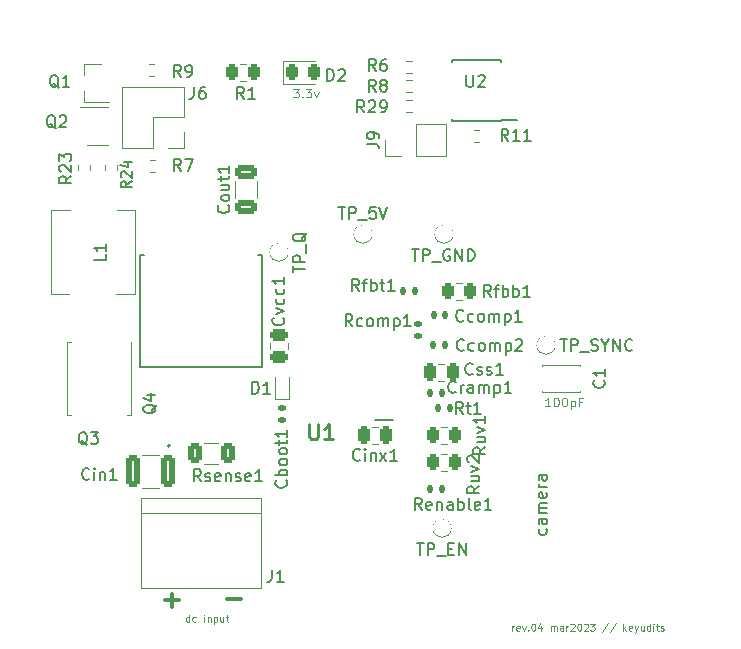
<source format=gto>
G04 #@! TF.GenerationSoftware,KiCad,Pcbnew,(6.0.9-0)*
G04 #@! TF.CreationDate,2023-03-20T13:15:15-04:00*
G04 #@! TF.ProjectId,LM5116-05,4c4d3531-3136-42d3-9035-2e6b69636164,rev?*
G04 #@! TF.SameCoordinates,Original*
G04 #@! TF.FileFunction,Legend,Top*
G04 #@! TF.FilePolarity,Positive*
%FSLAX46Y46*%
G04 Gerber Fmt 4.6, Leading zero omitted, Abs format (unit mm)*
G04 Created by KiCad (PCBNEW (6.0.9-0)) date 2023-03-20 13:15:15*
%MOMM*%
%LPD*%
G01*
G04 APERTURE LIST*
G04 Aperture macros list*
%AMRoundRect*
0 Rectangle with rounded corners*
0 $1 Rounding radius*
0 $2 $3 $4 $5 $6 $7 $8 $9 X,Y pos of 4 corners*
0 Add a 4 corners polygon primitive as box body*
4,1,4,$2,$3,$4,$5,$6,$7,$8,$9,$2,$3,0*
0 Add four circle primitives for the rounded corners*
1,1,$1+$1,$2,$3*
1,1,$1+$1,$4,$5*
1,1,$1+$1,$6,$7*
1,1,$1+$1,$8,$9*
0 Add four rect primitives between the rounded corners*
20,1,$1+$1,$2,$3,$4,$5,0*
20,1,$1+$1,$4,$5,$6,$7,0*
20,1,$1+$1,$6,$7,$8,$9,0*
20,1,$1+$1,$8,$9,$2,$3,0*%
%AMFreePoly0*
4,1,17,2.675000,1.605000,1.875000,1.605000,1.875000,0.935000,2.675000,0.935000,2.675000,0.335000,1.875000,0.335000,1.875000,-0.335000,2.675000,-0.335000,2.675000,-0.935000,1.875000,-0.935000,1.875000,-1.605000,2.675000,-1.605000,2.675000,-2.205000,-1.875000,-2.205000,-1.875000,2.205000,2.675000,2.205000,2.675000,1.605000,2.675000,1.605000,$1*%
G04 Aperture macros list end*
%ADD10C,0.100000*%
%ADD11C,0.090000*%
%ADD12C,0.300000*%
%ADD13C,0.150000*%
%ADD14C,0.130000*%
%ADD15C,0.254000*%
%ADD16C,0.120000*%
%ADD17C,0.200000*%
%ADD18C,0.127000*%
%ADD19C,3.000000*%
%ADD20R,0.845000X1.000000*%
%ADD21R,1.000000X0.845000*%
%ADD22R,1.060000X0.650000*%
%ADD23R,0.900000X0.800000*%
%ADD24R,1.550000X0.600000*%
%ADD25R,1.700000X1.700000*%
%ADD26O,1.700000X1.700000*%
%ADD27RoundRect,0.250000X-0.325000X-1.100000X0.325000X-1.100000X0.325000X1.100000X-0.325000X1.100000X0*%
%ADD28RoundRect,0.250000X0.475000X-0.250000X0.475000X0.250000X-0.475000X0.250000X-0.475000X-0.250000X0*%
%ADD29R,0.700000X0.600000*%
%ADD30RoundRect,0.243750X-0.243750X-0.456250X0.243750X-0.456250X0.243750X0.456250X-0.243750X0.456250X0*%
%ADD31R,3.000000X3.000000*%
%ADD32RoundRect,0.250000X-0.262500X-0.450000X0.262500X-0.450000X0.262500X0.450000X-0.262500X0.450000X0*%
%ADD33RoundRect,0.250000X0.375000X0.625000X-0.375000X0.625000X-0.375000X-0.625000X0.375000X-0.625000X0*%
%ADD34RoundRect,0.250000X0.250000X0.475000X-0.250000X0.475000X-0.250000X-0.475000X0.250000X-0.475000X0*%
%ADD35RoundRect,0.147500X-0.172500X0.147500X-0.172500X-0.147500X0.172500X-0.147500X0.172500X0.147500X0*%
%ADD36R,1.450000X0.450000*%
%ADD37R,3.150000X4.350000*%
%ADD38R,4.000000X2.000000*%
%ADD39RoundRect,0.147500X-0.147500X-0.172500X0.147500X-0.172500X0.147500X0.172500X-0.147500X0.172500X0*%
%ADD40RoundRect,0.250000X0.650000X-0.325000X0.650000X0.325000X-0.650000X0.325000X-0.650000X-0.325000X0*%
%ADD41RoundRect,0.147500X0.147500X0.172500X-0.147500X0.172500X-0.147500X-0.172500X0.147500X-0.172500X0*%
%ADD42RoundRect,0.250000X-0.250000X-0.475000X0.250000X-0.475000X0.250000X0.475000X-0.250000X0.475000X0*%
%ADD43RoundRect,0.147500X0.172500X-0.147500X0.172500X0.147500X-0.172500X0.147500X-0.172500X-0.147500X0*%
%ADD44O,2.500000X17.500000*%
%ADD45FreePoly0,270.000000*%
%ADD46R,0.500000X0.850000*%
%ADD47R,0.970000X4.070000*%
%ADD48R,8.770000X8.920000*%
%ADD49C,1.524000*%
%ADD50C,1.600000*%
G04 APERTURE END LIST*
D10*
X126347285Y-96859285D02*
X125918714Y-96859285D01*
X126133000Y-96859285D02*
X126133000Y-96109285D01*
X126061571Y-96216428D01*
X125990142Y-96287857D01*
X125918714Y-96323571D01*
X126811571Y-96109285D02*
X126883000Y-96109285D01*
X126954428Y-96145000D01*
X126990142Y-96180714D01*
X127025857Y-96252142D01*
X127061571Y-96395000D01*
X127061571Y-96573571D01*
X127025857Y-96716428D01*
X126990142Y-96787857D01*
X126954428Y-96823571D01*
X126883000Y-96859285D01*
X126811571Y-96859285D01*
X126740142Y-96823571D01*
X126704428Y-96787857D01*
X126668714Y-96716428D01*
X126633000Y-96573571D01*
X126633000Y-96395000D01*
X126668714Y-96252142D01*
X126704428Y-96180714D01*
X126740142Y-96145000D01*
X126811571Y-96109285D01*
X127525857Y-96109285D02*
X127597285Y-96109285D01*
X127668714Y-96145000D01*
X127704428Y-96180714D01*
X127740142Y-96252142D01*
X127775857Y-96395000D01*
X127775857Y-96573571D01*
X127740142Y-96716428D01*
X127704428Y-96787857D01*
X127668714Y-96823571D01*
X127597285Y-96859285D01*
X127525857Y-96859285D01*
X127454428Y-96823571D01*
X127418714Y-96787857D01*
X127383000Y-96716428D01*
X127347285Y-96573571D01*
X127347285Y-96395000D01*
X127383000Y-96252142D01*
X127418714Y-96180714D01*
X127454428Y-96145000D01*
X127525857Y-96109285D01*
X128097285Y-96359285D02*
X128097285Y-97109285D01*
X128097285Y-96395000D02*
X128168714Y-96359285D01*
X128311571Y-96359285D01*
X128383000Y-96395000D01*
X128418714Y-96430714D01*
X128454428Y-96502142D01*
X128454428Y-96716428D01*
X128418714Y-96787857D01*
X128383000Y-96823571D01*
X128311571Y-96859285D01*
X128168714Y-96859285D01*
X128097285Y-96823571D01*
X129025857Y-96466428D02*
X128775857Y-96466428D01*
X128775857Y-96859285D02*
X128775857Y-96109285D01*
X129133000Y-96109285D01*
X104592571Y-69947285D02*
X105056857Y-69947285D01*
X104806857Y-70233000D01*
X104914000Y-70233000D01*
X104985428Y-70268714D01*
X105021142Y-70304428D01*
X105056857Y-70375857D01*
X105056857Y-70554428D01*
X105021142Y-70625857D01*
X104985428Y-70661571D01*
X104914000Y-70697285D01*
X104699714Y-70697285D01*
X104628285Y-70661571D01*
X104592571Y-70625857D01*
X105378285Y-70625857D02*
X105414000Y-70661571D01*
X105378285Y-70697285D01*
X105342571Y-70661571D01*
X105378285Y-70625857D01*
X105378285Y-70697285D01*
X105664000Y-69947285D02*
X106128285Y-69947285D01*
X105878285Y-70233000D01*
X105985428Y-70233000D01*
X106056857Y-70268714D01*
X106092571Y-70304428D01*
X106128285Y-70375857D01*
X106128285Y-70554428D01*
X106092571Y-70625857D01*
X106056857Y-70661571D01*
X105985428Y-70697285D01*
X105771142Y-70697285D01*
X105699714Y-70661571D01*
X105664000Y-70625857D01*
X106378285Y-70197285D02*
X106556857Y-70697285D01*
X106735428Y-70197285D01*
D11*
X123154285Y-115841428D02*
X123154285Y-115441428D01*
X123154285Y-115555714D02*
X123182857Y-115498571D01*
X123211428Y-115470000D01*
X123268571Y-115441428D01*
X123325714Y-115441428D01*
X123754285Y-115812857D02*
X123697142Y-115841428D01*
X123582857Y-115841428D01*
X123525714Y-115812857D01*
X123497142Y-115755714D01*
X123497142Y-115527142D01*
X123525714Y-115470000D01*
X123582857Y-115441428D01*
X123697142Y-115441428D01*
X123754285Y-115470000D01*
X123782857Y-115527142D01*
X123782857Y-115584285D01*
X123497142Y-115641428D01*
X123982857Y-115441428D02*
X124125714Y-115841428D01*
X124268571Y-115441428D01*
X124497142Y-115784285D02*
X124525714Y-115812857D01*
X124497142Y-115841428D01*
X124468571Y-115812857D01*
X124497142Y-115784285D01*
X124497142Y-115841428D01*
X124897142Y-115241428D02*
X124954285Y-115241428D01*
X125011428Y-115270000D01*
X125040000Y-115298571D01*
X125068571Y-115355714D01*
X125097142Y-115470000D01*
X125097142Y-115612857D01*
X125068571Y-115727142D01*
X125040000Y-115784285D01*
X125011428Y-115812857D01*
X124954285Y-115841428D01*
X124897142Y-115841428D01*
X124840000Y-115812857D01*
X124811428Y-115784285D01*
X124782857Y-115727142D01*
X124754285Y-115612857D01*
X124754285Y-115470000D01*
X124782857Y-115355714D01*
X124811428Y-115298571D01*
X124840000Y-115270000D01*
X124897142Y-115241428D01*
X125611428Y-115441428D02*
X125611428Y-115841428D01*
X125468571Y-115212857D02*
X125325714Y-115641428D01*
X125697142Y-115641428D01*
X126382857Y-115841428D02*
X126382857Y-115441428D01*
X126382857Y-115498571D02*
X126411428Y-115470000D01*
X126468571Y-115441428D01*
X126554285Y-115441428D01*
X126611428Y-115470000D01*
X126640000Y-115527142D01*
X126640000Y-115841428D01*
X126640000Y-115527142D02*
X126668571Y-115470000D01*
X126725714Y-115441428D01*
X126811428Y-115441428D01*
X126868571Y-115470000D01*
X126897142Y-115527142D01*
X126897142Y-115841428D01*
X127440000Y-115841428D02*
X127440000Y-115527142D01*
X127411428Y-115470000D01*
X127354285Y-115441428D01*
X127240000Y-115441428D01*
X127182857Y-115470000D01*
X127440000Y-115812857D02*
X127382857Y-115841428D01*
X127240000Y-115841428D01*
X127182857Y-115812857D01*
X127154285Y-115755714D01*
X127154285Y-115698571D01*
X127182857Y-115641428D01*
X127240000Y-115612857D01*
X127382857Y-115612857D01*
X127440000Y-115584285D01*
X127725714Y-115841428D02*
X127725714Y-115441428D01*
X127725714Y-115555714D02*
X127754285Y-115498571D01*
X127782857Y-115470000D01*
X127840000Y-115441428D01*
X127897142Y-115441428D01*
X128068571Y-115298571D02*
X128097142Y-115270000D01*
X128154285Y-115241428D01*
X128297142Y-115241428D01*
X128354285Y-115270000D01*
X128382857Y-115298571D01*
X128411428Y-115355714D01*
X128411428Y-115412857D01*
X128382857Y-115498571D01*
X128040000Y-115841428D01*
X128411428Y-115841428D01*
X128782857Y-115241428D02*
X128840000Y-115241428D01*
X128897142Y-115270000D01*
X128925714Y-115298571D01*
X128954285Y-115355714D01*
X128982857Y-115470000D01*
X128982857Y-115612857D01*
X128954285Y-115727142D01*
X128925714Y-115784285D01*
X128897142Y-115812857D01*
X128840000Y-115841428D01*
X128782857Y-115841428D01*
X128725714Y-115812857D01*
X128697142Y-115784285D01*
X128668571Y-115727142D01*
X128640000Y-115612857D01*
X128640000Y-115470000D01*
X128668571Y-115355714D01*
X128697142Y-115298571D01*
X128725714Y-115270000D01*
X128782857Y-115241428D01*
X129211428Y-115298571D02*
X129240000Y-115270000D01*
X129297142Y-115241428D01*
X129440000Y-115241428D01*
X129497142Y-115270000D01*
X129525714Y-115298571D01*
X129554285Y-115355714D01*
X129554285Y-115412857D01*
X129525714Y-115498571D01*
X129182857Y-115841428D01*
X129554285Y-115841428D01*
X129754285Y-115241428D02*
X130125714Y-115241428D01*
X129925714Y-115470000D01*
X130011428Y-115470000D01*
X130068571Y-115498571D01*
X130097142Y-115527142D01*
X130125714Y-115584285D01*
X130125714Y-115727142D01*
X130097142Y-115784285D01*
X130068571Y-115812857D01*
X130011428Y-115841428D01*
X129840000Y-115841428D01*
X129782857Y-115812857D01*
X129754285Y-115784285D01*
X131268571Y-115212857D02*
X130754285Y-115984285D01*
X131897142Y-115212857D02*
X131382857Y-115984285D01*
X132554285Y-115841428D02*
X132554285Y-115241428D01*
X132611428Y-115612857D02*
X132782857Y-115841428D01*
X132782857Y-115441428D02*
X132554285Y-115670000D01*
X133268571Y-115812857D02*
X133211428Y-115841428D01*
X133097142Y-115841428D01*
X133040000Y-115812857D01*
X133011428Y-115755714D01*
X133011428Y-115527142D01*
X133040000Y-115470000D01*
X133097142Y-115441428D01*
X133211428Y-115441428D01*
X133268571Y-115470000D01*
X133297142Y-115527142D01*
X133297142Y-115584285D01*
X133011428Y-115641428D01*
X133497142Y-115441428D02*
X133640000Y-115841428D01*
X133782857Y-115441428D02*
X133640000Y-115841428D01*
X133582857Y-115984285D01*
X133554285Y-116012857D01*
X133497142Y-116041428D01*
X134268571Y-115441428D02*
X134268571Y-115841428D01*
X134011428Y-115441428D02*
X134011428Y-115755714D01*
X134040000Y-115812857D01*
X134097142Y-115841428D01*
X134182857Y-115841428D01*
X134240000Y-115812857D01*
X134268571Y-115784285D01*
X134811428Y-115841428D02*
X134811428Y-115241428D01*
X134811428Y-115812857D02*
X134754285Y-115841428D01*
X134640000Y-115841428D01*
X134582857Y-115812857D01*
X134554285Y-115784285D01*
X134525714Y-115727142D01*
X134525714Y-115555714D01*
X134554285Y-115498571D01*
X134582857Y-115470000D01*
X134640000Y-115441428D01*
X134754285Y-115441428D01*
X134811428Y-115470000D01*
X135097142Y-115841428D02*
X135097142Y-115441428D01*
X135097142Y-115241428D02*
X135068571Y-115270000D01*
X135097142Y-115298571D01*
X135125714Y-115270000D01*
X135097142Y-115241428D01*
X135097142Y-115298571D01*
X135297142Y-115441428D02*
X135525714Y-115441428D01*
X135382857Y-115241428D02*
X135382857Y-115755714D01*
X135411428Y-115812857D01*
X135468571Y-115841428D01*
X135525714Y-115841428D01*
X135697142Y-115812857D02*
X135754285Y-115841428D01*
X135868571Y-115841428D01*
X135925714Y-115812857D01*
X135954285Y-115755714D01*
X135954285Y-115727142D01*
X135925714Y-115670000D01*
X135868571Y-115641428D01*
X135782857Y-115641428D01*
X135725714Y-115612857D01*
X135697142Y-115555714D01*
X135697142Y-115527142D01*
X135725714Y-115470000D01*
X135782857Y-115441428D01*
X135868571Y-115441428D01*
X135925714Y-115470000D01*
D12*
X94341142Y-113855428D02*
X94341142Y-112712571D01*
X94912571Y-113284000D02*
X93769714Y-113284000D01*
D11*
X95796285Y-115079428D02*
X95796285Y-114479428D01*
X95796285Y-115050857D02*
X95739142Y-115079428D01*
X95624857Y-115079428D01*
X95567714Y-115050857D01*
X95539142Y-115022285D01*
X95510571Y-114965142D01*
X95510571Y-114793714D01*
X95539142Y-114736571D01*
X95567714Y-114708000D01*
X95624857Y-114679428D01*
X95739142Y-114679428D01*
X95796285Y-114708000D01*
X96339142Y-115050857D02*
X96282000Y-115079428D01*
X96167714Y-115079428D01*
X96110571Y-115050857D01*
X96082000Y-115022285D01*
X96053428Y-114965142D01*
X96053428Y-114793714D01*
X96082000Y-114736571D01*
X96110571Y-114708000D01*
X96167714Y-114679428D01*
X96282000Y-114679428D01*
X96339142Y-114708000D01*
X97053428Y-115079428D02*
X97053428Y-114679428D01*
X97053428Y-114479428D02*
X97024857Y-114508000D01*
X97053428Y-114536571D01*
X97082000Y-114508000D01*
X97053428Y-114479428D01*
X97053428Y-114536571D01*
X97339142Y-114679428D02*
X97339142Y-115079428D01*
X97339142Y-114736571D02*
X97367714Y-114708000D01*
X97424857Y-114679428D01*
X97510571Y-114679428D01*
X97567714Y-114708000D01*
X97596285Y-114765142D01*
X97596285Y-115079428D01*
X97882000Y-114679428D02*
X97882000Y-115279428D01*
X97882000Y-114708000D02*
X97939142Y-114679428D01*
X98053428Y-114679428D01*
X98110571Y-114708000D01*
X98139142Y-114736571D01*
X98167714Y-114793714D01*
X98167714Y-114965142D01*
X98139142Y-115022285D01*
X98110571Y-115050857D01*
X98053428Y-115079428D01*
X97939142Y-115079428D01*
X97882000Y-115050857D01*
X98682000Y-114679428D02*
X98682000Y-115079428D01*
X98424857Y-114679428D02*
X98424857Y-114993714D01*
X98453428Y-115050857D01*
X98510571Y-115079428D01*
X98596285Y-115079428D01*
X98653428Y-115050857D01*
X98682000Y-115022285D01*
X98882000Y-114679428D02*
X99110571Y-114679428D01*
X98967714Y-114479428D02*
X98967714Y-114993714D01*
X98996285Y-115050857D01*
X99053428Y-115079428D01*
X99110571Y-115079428D01*
D12*
X100139428Y-113176857D02*
X98996571Y-113176857D01*
D13*
X81338095Y-64852380D02*
X81338095Y-63852380D01*
X81338095Y-64328571D02*
X81909523Y-64328571D01*
X81909523Y-64852380D02*
X81909523Y-63852380D01*
X82909523Y-64852380D02*
X82338095Y-64852380D01*
X82623809Y-64852380D02*
X82623809Y-63852380D01*
X82528571Y-63995238D01*
X82433333Y-64090476D01*
X82338095Y-64138095D01*
X139338095Y-64872380D02*
X139338095Y-63872380D01*
X139338095Y-64348571D02*
X139909523Y-64348571D01*
X139909523Y-64872380D02*
X139909523Y-63872380D01*
X140338095Y-63967619D02*
X140385714Y-63920000D01*
X140480952Y-63872380D01*
X140719047Y-63872380D01*
X140814285Y-63920000D01*
X140861904Y-63967619D01*
X140909523Y-64062857D01*
X140909523Y-64158095D01*
X140861904Y-64300952D01*
X140290476Y-64872380D01*
X140909523Y-64872380D01*
X81338095Y-113862380D02*
X81338095Y-112862380D01*
X81338095Y-113338571D02*
X81909523Y-113338571D01*
X81909523Y-113862380D02*
X81909523Y-112862380D01*
X82290476Y-112862380D02*
X82909523Y-112862380D01*
X82576190Y-113243333D01*
X82719047Y-113243333D01*
X82814285Y-113290952D01*
X82861904Y-113338571D01*
X82909523Y-113433809D01*
X82909523Y-113671904D01*
X82861904Y-113767142D01*
X82814285Y-113814761D01*
X82719047Y-113862380D01*
X82433333Y-113862380D01*
X82338095Y-113814761D01*
X82290476Y-113767142D01*
X139328095Y-113852380D02*
X139328095Y-112852380D01*
X139328095Y-113328571D02*
X139899523Y-113328571D01*
X139899523Y-113852380D02*
X139899523Y-112852380D01*
X140804285Y-113185714D02*
X140804285Y-113852380D01*
X140566190Y-112804761D02*
X140328095Y-113519047D01*
X140947142Y-113519047D01*
X95083333Y-68952380D02*
X94750000Y-68476190D01*
X94511904Y-68952380D02*
X94511904Y-67952380D01*
X94892857Y-67952380D01*
X94988095Y-68000000D01*
X95035714Y-68047619D01*
X95083333Y-68142857D01*
X95083333Y-68285714D01*
X95035714Y-68380952D01*
X94988095Y-68428571D01*
X94892857Y-68476190D01*
X94511904Y-68476190D01*
X95559523Y-68952380D02*
X95750000Y-68952380D01*
X95845238Y-68904761D01*
X95892857Y-68857142D01*
X95988095Y-68714285D01*
X96035714Y-68523809D01*
X96035714Y-68142857D01*
X95988095Y-68047619D01*
X95940476Y-68000000D01*
X95845238Y-67952380D01*
X95654761Y-67952380D01*
X95559523Y-68000000D01*
X95511904Y-68047619D01*
X95464285Y-68142857D01*
X95464285Y-68380952D01*
X95511904Y-68476190D01*
X95559523Y-68523809D01*
X95654761Y-68571428D01*
X95845238Y-68571428D01*
X95940476Y-68523809D01*
X95988095Y-68476190D01*
X96035714Y-68380952D01*
X95083333Y-76906380D02*
X94750000Y-76430190D01*
X94511904Y-76906380D02*
X94511904Y-75906380D01*
X94892857Y-75906380D01*
X94988095Y-75954000D01*
X95035714Y-76001619D01*
X95083333Y-76096857D01*
X95083333Y-76239714D01*
X95035714Y-76334952D01*
X94988095Y-76382571D01*
X94892857Y-76430190D01*
X94511904Y-76430190D01*
X95416666Y-75906380D02*
X96083333Y-75906380D01*
X95654761Y-76906380D01*
X122801142Y-74366380D02*
X122467809Y-73890190D01*
X122229714Y-74366380D02*
X122229714Y-73366380D01*
X122610666Y-73366380D01*
X122705904Y-73414000D01*
X122753523Y-73461619D01*
X122801142Y-73556857D01*
X122801142Y-73699714D01*
X122753523Y-73794952D01*
X122705904Y-73842571D01*
X122610666Y-73890190D01*
X122229714Y-73890190D01*
X123753523Y-74366380D02*
X123182095Y-74366380D01*
X123467809Y-74366380D02*
X123467809Y-73366380D01*
X123372571Y-73509238D01*
X123277333Y-73604476D01*
X123182095Y-73652095D01*
X124705904Y-74366380D02*
X124134476Y-74366380D01*
X124420190Y-74366380D02*
X124420190Y-73366380D01*
X124324952Y-73509238D01*
X124229714Y-73604476D01*
X124134476Y-73652095D01*
X85796380Y-77350857D02*
X85320190Y-77684190D01*
X85796380Y-77922285D02*
X84796380Y-77922285D01*
X84796380Y-77541333D01*
X84844000Y-77446095D01*
X84891619Y-77398476D01*
X84986857Y-77350857D01*
X85129714Y-77350857D01*
X85224952Y-77398476D01*
X85272571Y-77446095D01*
X85320190Y-77541333D01*
X85320190Y-77922285D01*
X84891619Y-76969904D02*
X84844000Y-76922285D01*
X84796380Y-76827047D01*
X84796380Y-76588952D01*
X84844000Y-76493714D01*
X84891619Y-76446095D01*
X84986857Y-76398476D01*
X85082095Y-76398476D01*
X85224952Y-76446095D01*
X85796380Y-77017523D01*
X85796380Y-76398476D01*
X84796380Y-76065142D02*
X84796380Y-75446095D01*
X85177333Y-75779428D01*
X85177333Y-75636571D01*
X85224952Y-75541333D01*
X85272571Y-75493714D01*
X85367809Y-75446095D01*
X85605904Y-75446095D01*
X85701142Y-75493714D01*
X85748761Y-75541333D01*
X85796380Y-75636571D01*
X85796380Y-75922285D01*
X85748761Y-76017523D01*
X85701142Y-76065142D01*
D14*
X90907142Y-77794571D02*
X90478571Y-78094571D01*
X90907142Y-78308857D02*
X90007142Y-78308857D01*
X90007142Y-77966000D01*
X90050000Y-77880285D01*
X90092857Y-77837428D01*
X90178571Y-77794571D01*
X90307142Y-77794571D01*
X90392857Y-77837428D01*
X90435714Y-77880285D01*
X90478571Y-77966000D01*
X90478571Y-78308857D01*
X90092857Y-77451714D02*
X90050000Y-77408857D01*
X90007142Y-77323142D01*
X90007142Y-77108857D01*
X90050000Y-77023142D01*
X90092857Y-76980285D01*
X90178571Y-76937428D01*
X90264285Y-76937428D01*
X90392857Y-76980285D01*
X90907142Y-77494571D01*
X90907142Y-76937428D01*
X90307142Y-76166000D02*
X90907142Y-76166000D01*
X89964285Y-76380285D02*
X90607142Y-76594571D01*
X90607142Y-76037428D01*
D13*
X110607142Y-71952380D02*
X110273809Y-71476190D01*
X110035714Y-71952380D02*
X110035714Y-70952380D01*
X110416666Y-70952380D01*
X110511904Y-71000000D01*
X110559523Y-71047619D01*
X110607142Y-71142857D01*
X110607142Y-71285714D01*
X110559523Y-71380952D01*
X110511904Y-71428571D01*
X110416666Y-71476190D01*
X110035714Y-71476190D01*
X110988095Y-71047619D02*
X111035714Y-71000000D01*
X111130952Y-70952380D01*
X111369047Y-70952380D01*
X111464285Y-71000000D01*
X111511904Y-71047619D01*
X111559523Y-71142857D01*
X111559523Y-71238095D01*
X111511904Y-71380952D01*
X110940476Y-71952380D01*
X111559523Y-71952380D01*
X112035714Y-71952380D02*
X112226190Y-71952380D01*
X112321428Y-71904761D01*
X112369047Y-71857142D01*
X112464285Y-71714285D01*
X112511904Y-71523809D01*
X112511904Y-71142857D01*
X112464285Y-71047619D01*
X112416666Y-71000000D01*
X112321428Y-70952380D01*
X112130952Y-70952380D01*
X112035714Y-71000000D01*
X111988095Y-71047619D01*
X111940476Y-71142857D01*
X111940476Y-71380952D01*
X111988095Y-71476190D01*
X112035714Y-71523809D01*
X112130952Y-71571428D01*
X112321428Y-71571428D01*
X112416666Y-71523809D01*
X112464285Y-71476190D01*
X112511904Y-71380952D01*
X111583333Y-70202380D02*
X111250000Y-69726190D01*
X111011904Y-70202380D02*
X111011904Y-69202380D01*
X111392857Y-69202380D01*
X111488095Y-69250000D01*
X111535714Y-69297619D01*
X111583333Y-69392857D01*
X111583333Y-69535714D01*
X111535714Y-69630952D01*
X111488095Y-69678571D01*
X111392857Y-69726190D01*
X111011904Y-69726190D01*
X112154761Y-69630952D02*
X112059523Y-69583333D01*
X112011904Y-69535714D01*
X111964285Y-69440476D01*
X111964285Y-69392857D01*
X112011904Y-69297619D01*
X112059523Y-69250000D01*
X112154761Y-69202380D01*
X112345238Y-69202380D01*
X112440476Y-69250000D01*
X112488095Y-69297619D01*
X112535714Y-69392857D01*
X112535714Y-69440476D01*
X112488095Y-69535714D01*
X112440476Y-69583333D01*
X112345238Y-69630952D01*
X112154761Y-69630952D01*
X112059523Y-69678571D01*
X112011904Y-69726190D01*
X111964285Y-69821428D01*
X111964285Y-70011904D01*
X112011904Y-70107142D01*
X112059523Y-70154761D01*
X112154761Y-70202380D01*
X112345238Y-70202380D01*
X112440476Y-70154761D01*
X112488095Y-70107142D01*
X112535714Y-70011904D01*
X112535714Y-69821428D01*
X112488095Y-69726190D01*
X112440476Y-69678571D01*
X112345238Y-69630952D01*
X84486761Y-73318619D02*
X84391523Y-73271000D01*
X84296285Y-73175761D01*
X84153428Y-73032904D01*
X84058190Y-72985285D01*
X83962952Y-72985285D01*
X84010571Y-73223380D02*
X83915333Y-73175761D01*
X83820095Y-73080523D01*
X83772476Y-72890047D01*
X83772476Y-72556714D01*
X83820095Y-72366238D01*
X83915333Y-72271000D01*
X84010571Y-72223380D01*
X84201047Y-72223380D01*
X84296285Y-72271000D01*
X84391523Y-72366238D01*
X84439142Y-72556714D01*
X84439142Y-72890047D01*
X84391523Y-73080523D01*
X84296285Y-73175761D01*
X84201047Y-73223380D01*
X84010571Y-73223380D01*
X84820095Y-72318619D02*
X84867714Y-72271000D01*
X84962952Y-72223380D01*
X85201047Y-72223380D01*
X85296285Y-72271000D01*
X85343904Y-72318619D01*
X85391523Y-72413857D01*
X85391523Y-72509095D01*
X85343904Y-72651952D01*
X84772476Y-73223380D01*
X85391523Y-73223380D01*
X84740761Y-69889619D02*
X84645523Y-69842000D01*
X84550285Y-69746761D01*
X84407428Y-69603904D01*
X84312190Y-69556285D01*
X84216952Y-69556285D01*
X84264571Y-69794380D02*
X84169333Y-69746761D01*
X84074095Y-69651523D01*
X84026476Y-69461047D01*
X84026476Y-69127714D01*
X84074095Y-68937238D01*
X84169333Y-68842000D01*
X84264571Y-68794380D01*
X84455047Y-68794380D01*
X84550285Y-68842000D01*
X84645523Y-68937238D01*
X84693142Y-69127714D01*
X84693142Y-69461047D01*
X84645523Y-69651523D01*
X84550285Y-69746761D01*
X84455047Y-69794380D01*
X84264571Y-69794380D01*
X85645523Y-69794380D02*
X85074095Y-69794380D01*
X85359809Y-69794380D02*
X85359809Y-68794380D01*
X85264571Y-68937238D01*
X85169333Y-69032476D01*
X85074095Y-69080095D01*
X119253095Y-68794380D02*
X119253095Y-69603904D01*
X119300714Y-69699142D01*
X119348333Y-69746761D01*
X119443571Y-69794380D01*
X119634047Y-69794380D01*
X119729285Y-69746761D01*
X119776904Y-69699142D01*
X119824523Y-69603904D01*
X119824523Y-68794380D01*
X120253095Y-68889619D02*
X120300714Y-68842000D01*
X120395952Y-68794380D01*
X120634047Y-68794380D01*
X120729285Y-68842000D01*
X120776904Y-68889619D01*
X120824523Y-68984857D01*
X120824523Y-69080095D01*
X120776904Y-69222952D01*
X120205476Y-69794380D01*
X120824523Y-69794380D01*
X96186666Y-69810380D02*
X96186666Y-70524666D01*
X96139047Y-70667523D01*
X96043809Y-70762761D01*
X95900952Y-70810380D01*
X95805714Y-70810380D01*
X97091428Y-69810380D02*
X96900952Y-69810380D01*
X96805714Y-69858000D01*
X96758095Y-69905619D01*
X96662857Y-70048476D01*
X96615238Y-70238952D01*
X96615238Y-70619904D01*
X96662857Y-70715142D01*
X96710476Y-70762761D01*
X96805714Y-70810380D01*
X96996190Y-70810380D01*
X97091428Y-70762761D01*
X97139047Y-70715142D01*
X97186666Y-70619904D01*
X97186666Y-70381809D01*
X97139047Y-70286571D01*
X97091428Y-70238952D01*
X96996190Y-70191333D01*
X96805714Y-70191333D01*
X96710476Y-70238952D01*
X96662857Y-70286571D01*
X96615238Y-70381809D01*
X111583333Y-68452380D02*
X111250000Y-67976190D01*
X111011904Y-68452380D02*
X111011904Y-67452380D01*
X111392857Y-67452380D01*
X111488095Y-67500000D01*
X111535714Y-67547619D01*
X111583333Y-67642857D01*
X111583333Y-67785714D01*
X111535714Y-67880952D01*
X111488095Y-67928571D01*
X111392857Y-67976190D01*
X111011904Y-67976190D01*
X112440476Y-67452380D02*
X112250000Y-67452380D01*
X112154761Y-67500000D01*
X112107142Y-67547619D01*
X112011904Y-67690476D01*
X111964285Y-67880952D01*
X111964285Y-68261904D01*
X112011904Y-68357142D01*
X112059523Y-68404761D01*
X112154761Y-68452380D01*
X112345238Y-68452380D01*
X112440476Y-68404761D01*
X112488095Y-68357142D01*
X112535714Y-68261904D01*
X112535714Y-68023809D01*
X112488095Y-67928571D01*
X112440476Y-67880952D01*
X112345238Y-67833333D01*
X112154761Y-67833333D01*
X112059523Y-67880952D01*
X112011904Y-67928571D01*
X111964285Y-68023809D01*
X87329857Y-102973142D02*
X87282238Y-103020761D01*
X87139380Y-103068380D01*
X87044142Y-103068380D01*
X86901285Y-103020761D01*
X86806047Y-102925523D01*
X86758428Y-102830285D01*
X86710809Y-102639809D01*
X86710809Y-102496952D01*
X86758428Y-102306476D01*
X86806047Y-102211238D01*
X86901285Y-102116000D01*
X87044142Y-102068380D01*
X87139380Y-102068380D01*
X87282238Y-102116000D01*
X87329857Y-102163619D01*
X87758428Y-103068380D02*
X87758428Y-102401714D01*
X87758428Y-102068380D02*
X87710809Y-102116000D01*
X87758428Y-102163619D01*
X87806047Y-102116000D01*
X87758428Y-102068380D01*
X87758428Y-102163619D01*
X88234619Y-102401714D02*
X88234619Y-103068380D01*
X88234619Y-102496952D02*
X88282238Y-102449333D01*
X88377476Y-102401714D01*
X88520333Y-102401714D01*
X88615571Y-102449333D01*
X88663190Y-102544571D01*
X88663190Y-103068380D01*
X89663190Y-103068380D02*
X89091761Y-103068380D01*
X89377476Y-103068380D02*
X89377476Y-102068380D01*
X89282238Y-102211238D01*
X89187000Y-102306476D01*
X89091761Y-102354095D01*
X103735142Y-89354761D02*
X103782761Y-89402380D01*
X103830380Y-89545238D01*
X103830380Y-89640476D01*
X103782761Y-89783333D01*
X103687523Y-89878571D01*
X103592285Y-89926190D01*
X103401809Y-89973809D01*
X103258952Y-89973809D01*
X103068476Y-89926190D01*
X102973238Y-89878571D01*
X102878000Y-89783333D01*
X102830380Y-89640476D01*
X102830380Y-89545238D01*
X102878000Y-89402380D01*
X102925619Y-89354761D01*
X103163714Y-89021428D02*
X103830380Y-88783333D01*
X103163714Y-88545238D01*
X103782761Y-87735714D02*
X103830380Y-87830952D01*
X103830380Y-88021428D01*
X103782761Y-88116666D01*
X103735142Y-88164285D01*
X103639904Y-88211904D01*
X103354190Y-88211904D01*
X103258952Y-88164285D01*
X103211333Y-88116666D01*
X103163714Y-88021428D01*
X103163714Y-87830952D01*
X103211333Y-87735714D01*
X103782761Y-86878571D02*
X103830380Y-86973809D01*
X103830380Y-87164285D01*
X103782761Y-87259523D01*
X103735142Y-87307142D01*
X103639904Y-87354761D01*
X103354190Y-87354761D01*
X103258952Y-87307142D01*
X103211333Y-87259523D01*
X103163714Y-87164285D01*
X103163714Y-86973809D01*
X103211333Y-86878571D01*
X103830380Y-85926190D02*
X103830380Y-86497619D01*
X103830380Y-86211904D02*
X102830380Y-86211904D01*
X102973238Y-86307142D01*
X103068476Y-86402380D01*
X103116095Y-86497619D01*
X101115904Y-95764380D02*
X101115904Y-94764380D01*
X101354000Y-94764380D01*
X101496857Y-94812000D01*
X101592095Y-94907238D01*
X101639714Y-95002476D01*
X101687333Y-95192952D01*
X101687333Y-95335809D01*
X101639714Y-95526285D01*
X101592095Y-95621523D01*
X101496857Y-95716761D01*
X101354000Y-95764380D01*
X101115904Y-95764380D01*
X102639714Y-95764380D02*
X102068285Y-95764380D01*
X102354000Y-95764380D02*
X102354000Y-94764380D01*
X102258761Y-94907238D01*
X102163523Y-95002476D01*
X102068285Y-95050095D01*
X107465904Y-69286380D02*
X107465904Y-68286380D01*
X107704000Y-68286380D01*
X107846857Y-68334000D01*
X107942095Y-68429238D01*
X107989714Y-68524476D01*
X108037333Y-68714952D01*
X108037333Y-68857809D01*
X107989714Y-69048285D01*
X107942095Y-69143523D01*
X107846857Y-69238761D01*
X107704000Y-69286380D01*
X107465904Y-69286380D01*
X108418285Y-68381619D02*
X108465904Y-68334000D01*
X108561142Y-68286380D01*
X108799238Y-68286380D01*
X108894476Y-68334000D01*
X108942095Y-68381619D01*
X108989714Y-68476857D01*
X108989714Y-68572095D01*
X108942095Y-68714952D01*
X108370666Y-69286380D01*
X108989714Y-69286380D01*
X102790666Y-110704380D02*
X102790666Y-111418666D01*
X102743047Y-111561523D01*
X102647809Y-111656761D01*
X102504952Y-111704380D01*
X102409714Y-111704380D01*
X103790666Y-111704380D02*
X103219238Y-111704380D01*
X103504952Y-111704380D02*
X103504952Y-110704380D01*
X103409714Y-110847238D01*
X103314476Y-110942476D01*
X103219238Y-110990095D01*
X100417333Y-70810380D02*
X100084000Y-70334190D01*
X99845904Y-70810380D02*
X99845904Y-69810380D01*
X100226857Y-69810380D01*
X100322095Y-69858000D01*
X100369714Y-69905619D01*
X100417333Y-70000857D01*
X100417333Y-70143714D01*
X100369714Y-70238952D01*
X100322095Y-70286571D01*
X100226857Y-70334190D01*
X99845904Y-70334190D01*
X101369714Y-70810380D02*
X100798285Y-70810380D01*
X101084000Y-70810380D02*
X101084000Y-69810380D01*
X100988761Y-69953238D01*
X100893523Y-70048476D01*
X100798285Y-70096095D01*
X96774285Y-103195380D02*
X96440952Y-102719190D01*
X96202857Y-103195380D02*
X96202857Y-102195380D01*
X96583809Y-102195380D01*
X96679047Y-102243000D01*
X96726666Y-102290619D01*
X96774285Y-102385857D01*
X96774285Y-102528714D01*
X96726666Y-102623952D01*
X96679047Y-102671571D01*
X96583809Y-102719190D01*
X96202857Y-102719190D01*
X97155238Y-103147761D02*
X97250476Y-103195380D01*
X97440952Y-103195380D01*
X97536190Y-103147761D01*
X97583809Y-103052523D01*
X97583809Y-103004904D01*
X97536190Y-102909666D01*
X97440952Y-102862047D01*
X97298095Y-102862047D01*
X97202857Y-102814428D01*
X97155238Y-102719190D01*
X97155238Y-102671571D01*
X97202857Y-102576333D01*
X97298095Y-102528714D01*
X97440952Y-102528714D01*
X97536190Y-102576333D01*
X98393333Y-103147761D02*
X98298095Y-103195380D01*
X98107619Y-103195380D01*
X98012380Y-103147761D01*
X97964761Y-103052523D01*
X97964761Y-102671571D01*
X98012380Y-102576333D01*
X98107619Y-102528714D01*
X98298095Y-102528714D01*
X98393333Y-102576333D01*
X98440952Y-102671571D01*
X98440952Y-102766809D01*
X97964761Y-102862047D01*
X98869523Y-102528714D02*
X98869523Y-103195380D01*
X98869523Y-102623952D02*
X98917142Y-102576333D01*
X99012380Y-102528714D01*
X99155238Y-102528714D01*
X99250476Y-102576333D01*
X99298095Y-102671571D01*
X99298095Y-103195380D01*
X99726666Y-103147761D02*
X99821904Y-103195380D01*
X100012380Y-103195380D01*
X100107619Y-103147761D01*
X100155238Y-103052523D01*
X100155238Y-103004904D01*
X100107619Y-102909666D01*
X100012380Y-102862047D01*
X99869523Y-102862047D01*
X99774285Y-102814428D01*
X99726666Y-102719190D01*
X99726666Y-102671571D01*
X99774285Y-102576333D01*
X99869523Y-102528714D01*
X100012380Y-102528714D01*
X100107619Y-102576333D01*
X100964761Y-103147761D02*
X100869523Y-103195380D01*
X100679047Y-103195380D01*
X100583809Y-103147761D01*
X100536190Y-103052523D01*
X100536190Y-102671571D01*
X100583809Y-102576333D01*
X100679047Y-102528714D01*
X100869523Y-102528714D01*
X100964761Y-102576333D01*
X101012380Y-102671571D01*
X101012380Y-102766809D01*
X100536190Y-102862047D01*
X101964761Y-103195380D02*
X101393333Y-103195380D01*
X101679047Y-103195380D02*
X101679047Y-102195380D01*
X101583809Y-102338238D01*
X101488571Y-102433476D01*
X101393333Y-102481095D01*
X120848380Y-100314000D02*
X120372190Y-100647333D01*
X120848380Y-100885428D02*
X119848380Y-100885428D01*
X119848380Y-100504476D01*
X119896000Y-100409238D01*
X119943619Y-100361619D01*
X120038857Y-100314000D01*
X120181714Y-100314000D01*
X120276952Y-100361619D01*
X120324571Y-100409238D01*
X120372190Y-100504476D01*
X120372190Y-100885428D01*
X120181714Y-99456857D02*
X120848380Y-99456857D01*
X120181714Y-99885428D02*
X120705523Y-99885428D01*
X120800761Y-99837809D01*
X120848380Y-99742571D01*
X120848380Y-99599714D01*
X120800761Y-99504476D01*
X120753142Y-99456857D01*
X120181714Y-99075904D02*
X120848380Y-98837809D01*
X120181714Y-98599714D01*
X120848380Y-97694952D02*
X120848380Y-98266380D01*
X120848380Y-97980666D02*
X119848380Y-97980666D01*
X119991238Y-98075904D01*
X120086476Y-98171142D01*
X120134095Y-98266380D01*
X120340380Y-103616000D02*
X119864190Y-103949333D01*
X120340380Y-104187428D02*
X119340380Y-104187428D01*
X119340380Y-103806476D01*
X119388000Y-103711238D01*
X119435619Y-103663619D01*
X119530857Y-103616000D01*
X119673714Y-103616000D01*
X119768952Y-103663619D01*
X119816571Y-103711238D01*
X119864190Y-103806476D01*
X119864190Y-104187428D01*
X119673714Y-102758857D02*
X120340380Y-102758857D01*
X119673714Y-103187428D02*
X120197523Y-103187428D01*
X120292761Y-103139809D01*
X120340380Y-103044571D01*
X120340380Y-102901714D01*
X120292761Y-102806476D01*
X120245142Y-102758857D01*
X119673714Y-102377904D02*
X120340380Y-102139809D01*
X119673714Y-101901714D01*
X119435619Y-101568380D02*
X119388000Y-101520761D01*
X119340380Y-101425523D01*
X119340380Y-101187428D01*
X119388000Y-101092190D01*
X119435619Y-101044571D01*
X119530857Y-100996952D01*
X119626095Y-100996952D01*
X119768952Y-101044571D01*
X120340380Y-101616000D01*
X120340380Y-100996952D01*
X110244095Y-101351142D02*
X110196476Y-101398761D01*
X110053619Y-101446380D01*
X109958380Y-101446380D01*
X109815523Y-101398761D01*
X109720285Y-101303523D01*
X109672666Y-101208285D01*
X109625047Y-101017809D01*
X109625047Y-100874952D01*
X109672666Y-100684476D01*
X109720285Y-100589238D01*
X109815523Y-100494000D01*
X109958380Y-100446380D01*
X110053619Y-100446380D01*
X110196476Y-100494000D01*
X110244095Y-100541619D01*
X110672666Y-101446380D02*
X110672666Y-100779714D01*
X110672666Y-100446380D02*
X110625047Y-100494000D01*
X110672666Y-100541619D01*
X110720285Y-100494000D01*
X110672666Y-100446380D01*
X110672666Y-100541619D01*
X111148857Y-100779714D02*
X111148857Y-101446380D01*
X111148857Y-100874952D02*
X111196476Y-100827333D01*
X111291714Y-100779714D01*
X111434571Y-100779714D01*
X111529809Y-100827333D01*
X111577428Y-100922571D01*
X111577428Y-101446380D01*
X111958380Y-101446380D02*
X112482190Y-100779714D01*
X111958380Y-100779714D02*
X112482190Y-101446380D01*
X113386952Y-101446380D02*
X112815523Y-101446380D01*
X113101238Y-101446380D02*
X113101238Y-100446380D01*
X113006000Y-100589238D01*
X112910761Y-100684476D01*
X112815523Y-100732095D01*
X103989142Y-103109523D02*
X104036761Y-103157142D01*
X104084380Y-103300000D01*
X104084380Y-103395238D01*
X104036761Y-103538095D01*
X103941523Y-103633333D01*
X103846285Y-103680952D01*
X103655809Y-103728571D01*
X103512952Y-103728571D01*
X103322476Y-103680952D01*
X103227238Y-103633333D01*
X103132000Y-103538095D01*
X103084380Y-103395238D01*
X103084380Y-103300000D01*
X103132000Y-103157142D01*
X103179619Y-103109523D01*
X104084380Y-102680952D02*
X103084380Y-102680952D01*
X103465333Y-102680952D02*
X103417714Y-102585714D01*
X103417714Y-102395238D01*
X103465333Y-102300000D01*
X103512952Y-102252380D01*
X103608190Y-102204761D01*
X103893904Y-102204761D01*
X103989142Y-102252380D01*
X104036761Y-102300000D01*
X104084380Y-102395238D01*
X104084380Y-102585714D01*
X104036761Y-102680952D01*
X104084380Y-101633333D02*
X104036761Y-101728571D01*
X103989142Y-101776190D01*
X103893904Y-101823809D01*
X103608190Y-101823809D01*
X103512952Y-101776190D01*
X103465333Y-101728571D01*
X103417714Y-101633333D01*
X103417714Y-101490476D01*
X103465333Y-101395238D01*
X103512952Y-101347619D01*
X103608190Y-101300000D01*
X103893904Y-101300000D01*
X103989142Y-101347619D01*
X104036761Y-101395238D01*
X104084380Y-101490476D01*
X104084380Y-101633333D01*
X104084380Y-100728571D02*
X104036761Y-100823809D01*
X103989142Y-100871428D01*
X103893904Y-100919047D01*
X103608190Y-100919047D01*
X103512952Y-100871428D01*
X103465333Y-100823809D01*
X103417714Y-100728571D01*
X103417714Y-100585714D01*
X103465333Y-100490476D01*
X103512952Y-100442857D01*
X103608190Y-100395238D01*
X103893904Y-100395238D01*
X103989142Y-100442857D01*
X104036761Y-100490476D01*
X104084380Y-100585714D01*
X104084380Y-100728571D01*
X103417714Y-100109523D02*
X103417714Y-99728571D01*
X103084380Y-99966666D02*
X103941523Y-99966666D01*
X104036761Y-99919047D01*
X104084380Y-99823809D01*
X104084380Y-99728571D01*
X104084380Y-98871428D02*
X104084380Y-99442857D01*
X104084380Y-99157142D02*
X103084380Y-99157142D01*
X103227238Y-99252380D01*
X103322476Y-99347619D01*
X103370095Y-99442857D01*
D15*
X105966380Y-98364523D02*
X105966380Y-99392619D01*
X106026857Y-99513571D01*
X106087333Y-99574047D01*
X106208285Y-99634523D01*
X106450190Y-99634523D01*
X106571142Y-99574047D01*
X106631619Y-99513571D01*
X106692095Y-99392619D01*
X106692095Y-98364523D01*
X107962095Y-99634523D02*
X107236380Y-99634523D01*
X107599238Y-99634523D02*
X107599238Y-98364523D01*
X107478285Y-98545952D01*
X107357333Y-98666904D01*
X107236380Y-98727380D01*
D13*
X88721380Y-83986666D02*
X88721380Y-84462857D01*
X87721380Y-84462857D01*
X88721380Y-83129523D02*
X88721380Y-83700952D01*
X88721380Y-83415238D02*
X87721380Y-83415238D01*
X87864238Y-83510476D01*
X87959476Y-83605714D01*
X88007095Y-83700952D01*
X121324857Y-87574380D02*
X120991523Y-87098190D01*
X120753428Y-87574380D02*
X120753428Y-86574380D01*
X121134380Y-86574380D01*
X121229619Y-86622000D01*
X121277238Y-86669619D01*
X121324857Y-86764857D01*
X121324857Y-86907714D01*
X121277238Y-87002952D01*
X121229619Y-87050571D01*
X121134380Y-87098190D01*
X120753428Y-87098190D01*
X121610571Y-86907714D02*
X121991523Y-86907714D01*
X121753428Y-87574380D02*
X121753428Y-86717238D01*
X121801047Y-86622000D01*
X121896285Y-86574380D01*
X121991523Y-86574380D01*
X122324857Y-87574380D02*
X122324857Y-86574380D01*
X122324857Y-86955333D02*
X122420095Y-86907714D01*
X122610571Y-86907714D01*
X122705809Y-86955333D01*
X122753428Y-87002952D01*
X122801047Y-87098190D01*
X122801047Y-87383904D01*
X122753428Y-87479142D01*
X122705809Y-87526761D01*
X122610571Y-87574380D01*
X122420095Y-87574380D01*
X122324857Y-87526761D01*
X123229619Y-87574380D02*
X123229619Y-86574380D01*
X123229619Y-86955333D02*
X123324857Y-86907714D01*
X123515333Y-86907714D01*
X123610571Y-86955333D01*
X123658190Y-87002952D01*
X123705809Y-87098190D01*
X123705809Y-87383904D01*
X123658190Y-87479142D01*
X123610571Y-87526761D01*
X123515333Y-87574380D01*
X123324857Y-87574380D01*
X123229619Y-87526761D01*
X124658190Y-87574380D02*
X124086761Y-87574380D01*
X124372476Y-87574380D02*
X124372476Y-86574380D01*
X124277238Y-86717238D01*
X124182000Y-86812476D01*
X124086761Y-86860095D01*
X110822380Y-74628333D02*
X111536666Y-74628333D01*
X111679523Y-74675952D01*
X111774761Y-74771190D01*
X111822380Y-74914047D01*
X111822380Y-75009285D01*
X111822380Y-74104523D02*
X111822380Y-73914047D01*
X111774761Y-73818809D01*
X111727142Y-73771190D01*
X111584285Y-73675952D01*
X111393809Y-73628333D01*
X111012857Y-73628333D01*
X110917619Y-73675952D01*
X110870000Y-73723571D01*
X110822380Y-73818809D01*
X110822380Y-74009285D01*
X110870000Y-74104523D01*
X110917619Y-74152142D01*
X111012857Y-74199761D01*
X111250952Y-74199761D01*
X111346190Y-74152142D01*
X111393809Y-74104523D01*
X111441428Y-74009285D01*
X111441428Y-73818809D01*
X111393809Y-73723571D01*
X111346190Y-73675952D01*
X111250952Y-73628333D01*
X118950619Y-97480380D02*
X118617285Y-97004190D01*
X118379190Y-97480380D02*
X118379190Y-96480380D01*
X118760142Y-96480380D01*
X118855380Y-96528000D01*
X118903000Y-96575619D01*
X118950619Y-96670857D01*
X118950619Y-96813714D01*
X118903000Y-96908952D01*
X118855380Y-96956571D01*
X118760142Y-97004190D01*
X118379190Y-97004190D01*
X119236333Y-96813714D02*
X119617285Y-96813714D01*
X119379190Y-96480380D02*
X119379190Y-97337523D01*
X119426809Y-97432761D01*
X119522047Y-97480380D01*
X119617285Y-97480380D01*
X120474428Y-97480380D02*
X119903000Y-97480380D01*
X120188714Y-97480380D02*
X120188714Y-96480380D01*
X120093476Y-96623238D01*
X119998238Y-96718476D01*
X119903000Y-96766095D01*
X99091142Y-79843142D02*
X99138761Y-79890761D01*
X99186380Y-80033619D01*
X99186380Y-80128857D01*
X99138761Y-80271714D01*
X99043523Y-80366952D01*
X98948285Y-80414571D01*
X98757809Y-80462190D01*
X98614952Y-80462190D01*
X98424476Y-80414571D01*
X98329238Y-80366952D01*
X98234000Y-80271714D01*
X98186380Y-80128857D01*
X98186380Y-80033619D01*
X98234000Y-79890761D01*
X98281619Y-79843142D01*
X99186380Y-79271714D02*
X99138761Y-79366952D01*
X99091142Y-79414571D01*
X98995904Y-79462190D01*
X98710190Y-79462190D01*
X98614952Y-79414571D01*
X98567333Y-79366952D01*
X98519714Y-79271714D01*
X98519714Y-79128857D01*
X98567333Y-79033619D01*
X98614952Y-78986000D01*
X98710190Y-78938380D01*
X98995904Y-78938380D01*
X99091142Y-78986000D01*
X99138761Y-79033619D01*
X99186380Y-79128857D01*
X99186380Y-79271714D01*
X98519714Y-78081238D02*
X99186380Y-78081238D01*
X98519714Y-78509809D02*
X99043523Y-78509809D01*
X99138761Y-78462190D01*
X99186380Y-78366952D01*
X99186380Y-78224095D01*
X99138761Y-78128857D01*
X99091142Y-78081238D01*
X98519714Y-77747904D02*
X98519714Y-77366952D01*
X98186380Y-77605047D02*
X99043523Y-77605047D01*
X99138761Y-77557428D01*
X99186380Y-77462190D01*
X99186380Y-77366952D01*
X99186380Y-76509809D02*
X99186380Y-77081238D01*
X99186380Y-76795523D02*
X98186380Y-76795523D01*
X98329238Y-76890761D01*
X98424476Y-76986000D01*
X98472095Y-77081238D01*
X119053333Y-92051142D02*
X119005714Y-92098761D01*
X118862857Y-92146380D01*
X118767619Y-92146380D01*
X118624761Y-92098761D01*
X118529523Y-92003523D01*
X118481904Y-91908285D01*
X118434285Y-91717809D01*
X118434285Y-91574952D01*
X118481904Y-91384476D01*
X118529523Y-91289238D01*
X118624761Y-91194000D01*
X118767619Y-91146380D01*
X118862857Y-91146380D01*
X119005714Y-91194000D01*
X119053333Y-91241619D01*
X119910476Y-92098761D02*
X119815238Y-92146380D01*
X119624761Y-92146380D01*
X119529523Y-92098761D01*
X119481904Y-92051142D01*
X119434285Y-91955904D01*
X119434285Y-91670190D01*
X119481904Y-91574952D01*
X119529523Y-91527333D01*
X119624761Y-91479714D01*
X119815238Y-91479714D01*
X119910476Y-91527333D01*
X120481904Y-92146380D02*
X120386666Y-92098761D01*
X120339047Y-92051142D01*
X120291428Y-91955904D01*
X120291428Y-91670190D01*
X120339047Y-91574952D01*
X120386666Y-91527333D01*
X120481904Y-91479714D01*
X120624761Y-91479714D01*
X120720000Y-91527333D01*
X120767619Y-91574952D01*
X120815238Y-91670190D01*
X120815238Y-91955904D01*
X120767619Y-92051142D01*
X120720000Y-92098761D01*
X120624761Y-92146380D01*
X120481904Y-92146380D01*
X121243809Y-92146380D02*
X121243809Y-91479714D01*
X121243809Y-91574952D02*
X121291428Y-91527333D01*
X121386666Y-91479714D01*
X121529523Y-91479714D01*
X121624761Y-91527333D01*
X121672380Y-91622571D01*
X121672380Y-92146380D01*
X121672380Y-91622571D02*
X121720000Y-91527333D01*
X121815238Y-91479714D01*
X121958095Y-91479714D01*
X122053333Y-91527333D01*
X122100952Y-91622571D01*
X122100952Y-92146380D01*
X122577142Y-91479714D02*
X122577142Y-92479714D01*
X122577142Y-91527333D02*
X122672380Y-91479714D01*
X122862857Y-91479714D01*
X122958095Y-91527333D01*
X123005714Y-91574952D01*
X123053333Y-91670190D01*
X123053333Y-91955904D01*
X123005714Y-92051142D01*
X122958095Y-92098761D01*
X122862857Y-92146380D01*
X122672380Y-92146380D01*
X122577142Y-92098761D01*
X123434285Y-91241619D02*
X123481904Y-91194000D01*
X123577142Y-91146380D01*
X123815238Y-91146380D01*
X123910476Y-91194000D01*
X123958095Y-91241619D01*
X124005714Y-91336857D01*
X124005714Y-91432095D01*
X123958095Y-91574952D01*
X123386666Y-92146380D01*
X124005714Y-92146380D01*
X118991333Y-89574642D02*
X118943714Y-89622261D01*
X118800857Y-89669880D01*
X118705619Y-89669880D01*
X118562761Y-89622261D01*
X118467523Y-89527023D01*
X118419904Y-89431785D01*
X118372285Y-89241309D01*
X118372285Y-89098452D01*
X118419904Y-88907976D01*
X118467523Y-88812738D01*
X118562761Y-88717500D01*
X118705619Y-88669880D01*
X118800857Y-88669880D01*
X118943714Y-88717500D01*
X118991333Y-88765119D01*
X119848476Y-89622261D02*
X119753238Y-89669880D01*
X119562761Y-89669880D01*
X119467523Y-89622261D01*
X119419904Y-89574642D01*
X119372285Y-89479404D01*
X119372285Y-89193690D01*
X119419904Y-89098452D01*
X119467523Y-89050833D01*
X119562761Y-89003214D01*
X119753238Y-89003214D01*
X119848476Y-89050833D01*
X120419904Y-89669880D02*
X120324666Y-89622261D01*
X120277047Y-89574642D01*
X120229428Y-89479404D01*
X120229428Y-89193690D01*
X120277047Y-89098452D01*
X120324666Y-89050833D01*
X120419904Y-89003214D01*
X120562761Y-89003214D01*
X120658000Y-89050833D01*
X120705619Y-89098452D01*
X120753238Y-89193690D01*
X120753238Y-89479404D01*
X120705619Y-89574642D01*
X120658000Y-89622261D01*
X120562761Y-89669880D01*
X120419904Y-89669880D01*
X121181809Y-89669880D02*
X121181809Y-89003214D01*
X121181809Y-89098452D02*
X121229428Y-89050833D01*
X121324666Y-89003214D01*
X121467523Y-89003214D01*
X121562761Y-89050833D01*
X121610380Y-89146071D01*
X121610380Y-89669880D01*
X121610380Y-89146071D02*
X121658000Y-89050833D01*
X121753238Y-89003214D01*
X121896095Y-89003214D01*
X121991333Y-89050833D01*
X122038952Y-89146071D01*
X122038952Y-89669880D01*
X122515142Y-89003214D02*
X122515142Y-90003214D01*
X122515142Y-89050833D02*
X122610380Y-89003214D01*
X122800857Y-89003214D01*
X122896095Y-89050833D01*
X122943714Y-89098452D01*
X122991333Y-89193690D01*
X122991333Y-89479404D01*
X122943714Y-89574642D01*
X122896095Y-89622261D01*
X122800857Y-89669880D01*
X122610380Y-89669880D01*
X122515142Y-89622261D01*
X123943714Y-89669880D02*
X123372285Y-89669880D01*
X123658000Y-89669880D02*
X123658000Y-88669880D01*
X123562761Y-88812738D01*
X123467523Y-88907976D01*
X123372285Y-88955595D01*
X119781809Y-94083142D02*
X119734190Y-94130761D01*
X119591333Y-94178380D01*
X119496095Y-94178380D01*
X119353238Y-94130761D01*
X119258000Y-94035523D01*
X119210380Y-93940285D01*
X119162761Y-93749809D01*
X119162761Y-93606952D01*
X119210380Y-93416476D01*
X119258000Y-93321238D01*
X119353238Y-93226000D01*
X119496095Y-93178380D01*
X119591333Y-93178380D01*
X119734190Y-93226000D01*
X119781809Y-93273619D01*
X120162761Y-94130761D02*
X120258000Y-94178380D01*
X120448476Y-94178380D01*
X120543714Y-94130761D01*
X120591333Y-94035523D01*
X120591333Y-93987904D01*
X120543714Y-93892666D01*
X120448476Y-93845047D01*
X120305619Y-93845047D01*
X120210380Y-93797428D01*
X120162761Y-93702190D01*
X120162761Y-93654571D01*
X120210380Y-93559333D01*
X120305619Y-93511714D01*
X120448476Y-93511714D01*
X120543714Y-93559333D01*
X120972285Y-94130761D02*
X121067523Y-94178380D01*
X121258000Y-94178380D01*
X121353238Y-94130761D01*
X121400857Y-94035523D01*
X121400857Y-93987904D01*
X121353238Y-93892666D01*
X121258000Y-93845047D01*
X121115142Y-93845047D01*
X121019904Y-93797428D01*
X120972285Y-93702190D01*
X120972285Y-93654571D01*
X121019904Y-93559333D01*
X121115142Y-93511714D01*
X121258000Y-93511714D01*
X121353238Y-93559333D01*
X122353238Y-94178380D02*
X121781809Y-94178380D01*
X122067523Y-94178380D02*
X122067523Y-93178380D01*
X121972285Y-93321238D01*
X121877047Y-93416476D01*
X121781809Y-93464095D01*
X118348380Y-95607142D02*
X118300761Y-95654761D01*
X118157904Y-95702380D01*
X118062666Y-95702380D01*
X117919809Y-95654761D01*
X117824571Y-95559523D01*
X117776952Y-95464285D01*
X117729333Y-95273809D01*
X117729333Y-95130952D01*
X117776952Y-94940476D01*
X117824571Y-94845238D01*
X117919809Y-94750000D01*
X118062666Y-94702380D01*
X118157904Y-94702380D01*
X118300761Y-94750000D01*
X118348380Y-94797619D01*
X118776952Y-95702380D02*
X118776952Y-95035714D01*
X118776952Y-95226190D02*
X118824571Y-95130952D01*
X118872190Y-95083333D01*
X118967428Y-95035714D01*
X119062666Y-95035714D01*
X119824571Y-95702380D02*
X119824571Y-95178571D01*
X119776952Y-95083333D01*
X119681714Y-95035714D01*
X119491238Y-95035714D01*
X119396000Y-95083333D01*
X119824571Y-95654761D02*
X119729333Y-95702380D01*
X119491238Y-95702380D01*
X119396000Y-95654761D01*
X119348380Y-95559523D01*
X119348380Y-95464285D01*
X119396000Y-95369047D01*
X119491238Y-95321428D01*
X119729333Y-95321428D01*
X119824571Y-95273809D01*
X120300761Y-95702380D02*
X120300761Y-95035714D01*
X120300761Y-95130952D02*
X120348380Y-95083333D01*
X120443619Y-95035714D01*
X120586476Y-95035714D01*
X120681714Y-95083333D01*
X120729333Y-95178571D01*
X120729333Y-95702380D01*
X120729333Y-95178571D02*
X120776952Y-95083333D01*
X120872190Y-95035714D01*
X121015047Y-95035714D01*
X121110285Y-95083333D01*
X121157904Y-95178571D01*
X121157904Y-95702380D01*
X121634095Y-95035714D02*
X121634095Y-96035714D01*
X121634095Y-95083333D02*
X121729333Y-95035714D01*
X121919809Y-95035714D01*
X122015047Y-95083333D01*
X122062666Y-95130952D01*
X122110285Y-95226190D01*
X122110285Y-95511904D01*
X122062666Y-95607142D01*
X122015047Y-95654761D01*
X121919809Y-95702380D01*
X121729333Y-95702380D01*
X121634095Y-95654761D01*
X123062666Y-95702380D02*
X122491238Y-95702380D01*
X122776952Y-95702380D02*
X122776952Y-94702380D01*
X122681714Y-94845238D01*
X122586476Y-94940476D01*
X122491238Y-94988095D01*
X110169523Y-87066380D02*
X109836190Y-86590190D01*
X109598095Y-87066380D02*
X109598095Y-86066380D01*
X109979047Y-86066380D01*
X110074285Y-86114000D01*
X110121904Y-86161619D01*
X110169523Y-86256857D01*
X110169523Y-86399714D01*
X110121904Y-86494952D01*
X110074285Y-86542571D01*
X109979047Y-86590190D01*
X109598095Y-86590190D01*
X110455238Y-86399714D02*
X110836190Y-86399714D01*
X110598095Y-87066380D02*
X110598095Y-86209238D01*
X110645714Y-86114000D01*
X110740952Y-86066380D01*
X110836190Y-86066380D01*
X111169523Y-87066380D02*
X111169523Y-86066380D01*
X111169523Y-86447333D02*
X111264761Y-86399714D01*
X111455238Y-86399714D01*
X111550476Y-86447333D01*
X111598095Y-86494952D01*
X111645714Y-86590190D01*
X111645714Y-86875904D01*
X111598095Y-86971142D01*
X111550476Y-87018761D01*
X111455238Y-87066380D01*
X111264761Y-87066380D01*
X111169523Y-87018761D01*
X111931428Y-86399714D02*
X112312380Y-86399714D01*
X112074285Y-86066380D02*
X112074285Y-86923523D01*
X112121904Y-87018761D01*
X112217142Y-87066380D01*
X112312380Y-87066380D01*
X113169523Y-87066380D02*
X112598095Y-87066380D01*
X112883809Y-87066380D02*
X112883809Y-86066380D01*
X112788571Y-86209238D01*
X112693333Y-86304476D01*
X112598095Y-86352095D01*
X115467142Y-105608380D02*
X115133809Y-105132190D01*
X114895714Y-105608380D02*
X114895714Y-104608380D01*
X115276666Y-104608380D01*
X115371904Y-104656000D01*
X115419523Y-104703619D01*
X115467142Y-104798857D01*
X115467142Y-104941714D01*
X115419523Y-105036952D01*
X115371904Y-105084571D01*
X115276666Y-105132190D01*
X114895714Y-105132190D01*
X116276666Y-105560761D02*
X116181428Y-105608380D01*
X115990952Y-105608380D01*
X115895714Y-105560761D01*
X115848095Y-105465523D01*
X115848095Y-105084571D01*
X115895714Y-104989333D01*
X115990952Y-104941714D01*
X116181428Y-104941714D01*
X116276666Y-104989333D01*
X116324285Y-105084571D01*
X116324285Y-105179809D01*
X115848095Y-105275047D01*
X116752857Y-104941714D02*
X116752857Y-105608380D01*
X116752857Y-105036952D02*
X116800476Y-104989333D01*
X116895714Y-104941714D01*
X117038571Y-104941714D01*
X117133809Y-104989333D01*
X117181428Y-105084571D01*
X117181428Y-105608380D01*
X118086190Y-105608380D02*
X118086190Y-105084571D01*
X118038571Y-104989333D01*
X117943333Y-104941714D01*
X117752857Y-104941714D01*
X117657619Y-104989333D01*
X118086190Y-105560761D02*
X117990952Y-105608380D01*
X117752857Y-105608380D01*
X117657619Y-105560761D01*
X117610000Y-105465523D01*
X117610000Y-105370285D01*
X117657619Y-105275047D01*
X117752857Y-105227428D01*
X117990952Y-105227428D01*
X118086190Y-105179809D01*
X118562380Y-105608380D02*
X118562380Y-104608380D01*
X118562380Y-104989333D02*
X118657619Y-104941714D01*
X118848095Y-104941714D01*
X118943333Y-104989333D01*
X118990952Y-105036952D01*
X119038571Y-105132190D01*
X119038571Y-105417904D01*
X118990952Y-105513142D01*
X118943333Y-105560761D01*
X118848095Y-105608380D01*
X118657619Y-105608380D01*
X118562380Y-105560761D01*
X119610000Y-105608380D02*
X119514761Y-105560761D01*
X119467142Y-105465523D01*
X119467142Y-104608380D01*
X120371904Y-105560761D02*
X120276666Y-105608380D01*
X120086190Y-105608380D01*
X119990952Y-105560761D01*
X119943333Y-105465523D01*
X119943333Y-105084571D01*
X119990952Y-104989333D01*
X120086190Y-104941714D01*
X120276666Y-104941714D01*
X120371904Y-104989333D01*
X120419523Y-105084571D01*
X120419523Y-105179809D01*
X119943333Y-105275047D01*
X121371904Y-105608380D02*
X120800476Y-105608380D01*
X121086190Y-105608380D02*
X121086190Y-104608380D01*
X120990952Y-104751238D01*
X120895714Y-104846476D01*
X120800476Y-104894095D01*
X109593333Y-90068380D02*
X109260000Y-89592190D01*
X109021904Y-90068380D02*
X109021904Y-89068380D01*
X109402857Y-89068380D01*
X109498095Y-89116000D01*
X109545714Y-89163619D01*
X109593333Y-89258857D01*
X109593333Y-89401714D01*
X109545714Y-89496952D01*
X109498095Y-89544571D01*
X109402857Y-89592190D01*
X109021904Y-89592190D01*
X110450476Y-90020761D02*
X110355238Y-90068380D01*
X110164761Y-90068380D01*
X110069523Y-90020761D01*
X110021904Y-89973142D01*
X109974285Y-89877904D01*
X109974285Y-89592190D01*
X110021904Y-89496952D01*
X110069523Y-89449333D01*
X110164761Y-89401714D01*
X110355238Y-89401714D01*
X110450476Y-89449333D01*
X111021904Y-90068380D02*
X110926666Y-90020761D01*
X110879047Y-89973142D01*
X110831428Y-89877904D01*
X110831428Y-89592190D01*
X110879047Y-89496952D01*
X110926666Y-89449333D01*
X111021904Y-89401714D01*
X111164761Y-89401714D01*
X111260000Y-89449333D01*
X111307619Y-89496952D01*
X111355238Y-89592190D01*
X111355238Y-89877904D01*
X111307619Y-89973142D01*
X111260000Y-90020761D01*
X111164761Y-90068380D01*
X111021904Y-90068380D01*
X111783809Y-90068380D02*
X111783809Y-89401714D01*
X111783809Y-89496952D02*
X111831428Y-89449333D01*
X111926666Y-89401714D01*
X112069523Y-89401714D01*
X112164761Y-89449333D01*
X112212380Y-89544571D01*
X112212380Y-90068380D01*
X112212380Y-89544571D02*
X112260000Y-89449333D01*
X112355238Y-89401714D01*
X112498095Y-89401714D01*
X112593333Y-89449333D01*
X112640952Y-89544571D01*
X112640952Y-90068380D01*
X113117142Y-89401714D02*
X113117142Y-90401714D01*
X113117142Y-89449333D02*
X113212380Y-89401714D01*
X113402857Y-89401714D01*
X113498095Y-89449333D01*
X113545714Y-89496952D01*
X113593333Y-89592190D01*
X113593333Y-89877904D01*
X113545714Y-89973142D01*
X113498095Y-90020761D01*
X113402857Y-90068380D01*
X113212380Y-90068380D01*
X113117142Y-90020761D01*
X114545714Y-90068380D02*
X113974285Y-90068380D01*
X114260000Y-90068380D02*
X114260000Y-89068380D01*
X114164761Y-89211238D01*
X114069523Y-89306476D01*
X113974285Y-89354095D01*
X126007761Y-107227428D02*
X126055380Y-107322666D01*
X126055380Y-107513142D01*
X126007761Y-107608380D01*
X125960142Y-107656000D01*
X125864904Y-107703619D01*
X125579190Y-107703619D01*
X125483952Y-107656000D01*
X125436333Y-107608380D01*
X125388714Y-107513142D01*
X125388714Y-107322666D01*
X125436333Y-107227428D01*
X126055380Y-106370285D02*
X125531571Y-106370285D01*
X125436333Y-106417904D01*
X125388714Y-106513142D01*
X125388714Y-106703619D01*
X125436333Y-106798857D01*
X126007761Y-106370285D02*
X126055380Y-106465523D01*
X126055380Y-106703619D01*
X126007761Y-106798857D01*
X125912523Y-106846476D01*
X125817285Y-106846476D01*
X125722047Y-106798857D01*
X125674428Y-106703619D01*
X125674428Y-106465523D01*
X125626809Y-106370285D01*
X126055380Y-105894095D02*
X125388714Y-105894095D01*
X125483952Y-105894095D02*
X125436333Y-105846476D01*
X125388714Y-105751238D01*
X125388714Y-105608380D01*
X125436333Y-105513142D01*
X125531571Y-105465523D01*
X126055380Y-105465523D01*
X125531571Y-105465523D02*
X125436333Y-105417904D01*
X125388714Y-105322666D01*
X125388714Y-105179809D01*
X125436333Y-105084571D01*
X125531571Y-105036952D01*
X126055380Y-105036952D01*
X126007761Y-104179809D02*
X126055380Y-104275047D01*
X126055380Y-104465523D01*
X126007761Y-104560761D01*
X125912523Y-104608380D01*
X125531571Y-104608380D01*
X125436333Y-104560761D01*
X125388714Y-104465523D01*
X125388714Y-104275047D01*
X125436333Y-104179809D01*
X125531571Y-104132190D01*
X125626809Y-104132190D01*
X125722047Y-104608380D01*
X126055380Y-103703619D02*
X125388714Y-103703619D01*
X125579190Y-103703619D02*
X125483952Y-103656000D01*
X125436333Y-103608380D01*
X125388714Y-103513142D01*
X125388714Y-103417904D01*
X126055380Y-102656000D02*
X125531571Y-102656000D01*
X125436333Y-102703619D01*
X125388714Y-102798857D01*
X125388714Y-102989333D01*
X125436333Y-103084571D01*
X126007761Y-102656000D02*
X126055380Y-102751238D01*
X126055380Y-102989333D01*
X126007761Y-103084571D01*
X125912523Y-103132190D01*
X125817285Y-103132190D01*
X125722047Y-103084571D01*
X125674428Y-102989333D01*
X125674428Y-102751238D01*
X125626809Y-102656000D01*
X87157761Y-100115619D02*
X87062523Y-100068000D01*
X86967285Y-99972761D01*
X86824428Y-99829904D01*
X86729190Y-99782285D01*
X86633952Y-99782285D01*
X86681571Y-100020380D02*
X86586333Y-99972761D01*
X86491095Y-99877523D01*
X86443476Y-99687047D01*
X86443476Y-99353714D01*
X86491095Y-99163238D01*
X86586333Y-99068000D01*
X86681571Y-99020380D01*
X86872047Y-99020380D01*
X86967285Y-99068000D01*
X87062523Y-99163238D01*
X87110142Y-99353714D01*
X87110142Y-99687047D01*
X87062523Y-99877523D01*
X86967285Y-99972761D01*
X86872047Y-100020380D01*
X86681571Y-100020380D01*
X87443476Y-99020380D02*
X88062523Y-99020380D01*
X87729190Y-99401333D01*
X87872047Y-99401333D01*
X87967285Y-99448952D01*
X88014904Y-99496571D01*
X88062523Y-99591809D01*
X88062523Y-99829904D01*
X88014904Y-99925142D01*
X87967285Y-99972761D01*
X87872047Y-100020380D01*
X87586333Y-100020380D01*
X87491095Y-99972761D01*
X87443476Y-99925142D01*
X93003619Y-96702238D02*
X92956000Y-96797476D01*
X92860761Y-96892714D01*
X92717904Y-97035571D01*
X92670285Y-97130809D01*
X92670285Y-97226047D01*
X92908380Y-97178428D02*
X92860761Y-97273666D01*
X92765523Y-97368904D01*
X92575047Y-97416523D01*
X92241714Y-97416523D01*
X92051238Y-97368904D01*
X91956000Y-97273666D01*
X91908380Y-97178428D01*
X91908380Y-96987952D01*
X91956000Y-96892714D01*
X92051238Y-96797476D01*
X92241714Y-96749857D01*
X92575047Y-96749857D01*
X92765523Y-96797476D01*
X92860761Y-96892714D01*
X92908380Y-96987952D01*
X92908380Y-97178428D01*
X92241714Y-95892714D02*
X92908380Y-95892714D01*
X91860761Y-96130809D02*
X92575047Y-96368904D01*
X92575047Y-95749857D01*
X104608380Y-85510476D02*
X104608380Y-84939047D01*
X105608380Y-85224761D02*
X104608380Y-85224761D01*
X105608380Y-84605714D02*
X104608380Y-84605714D01*
X104608380Y-84224761D01*
X104656000Y-84129523D01*
X104703619Y-84081904D01*
X104798857Y-84034285D01*
X104941714Y-84034285D01*
X105036952Y-84081904D01*
X105084571Y-84129523D01*
X105132190Y-84224761D01*
X105132190Y-84605714D01*
X105703619Y-83843809D02*
X105703619Y-83081904D01*
X105703619Y-82177142D02*
X105656000Y-82272380D01*
X105560761Y-82367619D01*
X105417904Y-82510476D01*
X105370285Y-82605714D01*
X105370285Y-82700952D01*
X105608380Y-82653333D02*
X105560761Y-82748571D01*
X105465523Y-82843809D01*
X105275047Y-82891428D01*
X104941714Y-82891428D01*
X104751238Y-82843809D01*
X104656000Y-82748571D01*
X104608380Y-82653333D01*
X104608380Y-82462857D01*
X104656000Y-82367619D01*
X104751238Y-82272380D01*
X104941714Y-82224761D01*
X105275047Y-82224761D01*
X105465523Y-82272380D01*
X105560761Y-82367619D01*
X105608380Y-82462857D01*
X105608380Y-82653333D01*
X127206761Y-91146380D02*
X127778190Y-91146380D01*
X127492476Y-92146380D02*
X127492476Y-91146380D01*
X128111523Y-92146380D02*
X128111523Y-91146380D01*
X128492476Y-91146380D01*
X128587714Y-91194000D01*
X128635333Y-91241619D01*
X128682952Y-91336857D01*
X128682952Y-91479714D01*
X128635333Y-91574952D01*
X128587714Y-91622571D01*
X128492476Y-91670190D01*
X128111523Y-91670190D01*
X128873428Y-92241619D02*
X129635333Y-92241619D01*
X129825809Y-92098761D02*
X129968666Y-92146380D01*
X130206761Y-92146380D01*
X130302000Y-92098761D01*
X130349619Y-92051142D01*
X130397238Y-91955904D01*
X130397238Y-91860666D01*
X130349619Y-91765428D01*
X130302000Y-91717809D01*
X130206761Y-91670190D01*
X130016285Y-91622571D01*
X129921047Y-91574952D01*
X129873428Y-91527333D01*
X129825809Y-91432095D01*
X129825809Y-91336857D01*
X129873428Y-91241619D01*
X129921047Y-91194000D01*
X130016285Y-91146380D01*
X130254380Y-91146380D01*
X130397238Y-91194000D01*
X131016285Y-91670190D02*
X131016285Y-92146380D01*
X130682952Y-91146380D02*
X131016285Y-91670190D01*
X131349619Y-91146380D01*
X131682952Y-92146380D02*
X131682952Y-91146380D01*
X132254380Y-92146380D01*
X132254380Y-91146380D01*
X133302000Y-92051142D02*
X133254380Y-92098761D01*
X133111523Y-92146380D01*
X133016285Y-92146380D01*
X132873428Y-92098761D01*
X132778190Y-92003523D01*
X132730571Y-91908285D01*
X132682952Y-91717809D01*
X132682952Y-91574952D01*
X132730571Y-91384476D01*
X132778190Y-91289238D01*
X132873428Y-91194000D01*
X133016285Y-91146380D01*
X133111523Y-91146380D01*
X133254380Y-91194000D01*
X133302000Y-91241619D01*
X115059142Y-108418380D02*
X115630571Y-108418380D01*
X115344857Y-109418380D02*
X115344857Y-108418380D01*
X115963904Y-109418380D02*
X115963904Y-108418380D01*
X116344857Y-108418380D01*
X116440095Y-108466000D01*
X116487714Y-108513619D01*
X116535333Y-108608857D01*
X116535333Y-108751714D01*
X116487714Y-108846952D01*
X116440095Y-108894571D01*
X116344857Y-108942190D01*
X115963904Y-108942190D01*
X116725809Y-109513619D02*
X117487714Y-109513619D01*
X117725809Y-108894571D02*
X118059142Y-108894571D01*
X118202000Y-109418380D02*
X117725809Y-109418380D01*
X117725809Y-108418380D01*
X118202000Y-108418380D01*
X118630571Y-109418380D02*
X118630571Y-108418380D01*
X119202000Y-109418380D01*
X119202000Y-108418380D01*
X114657523Y-83526380D02*
X115228952Y-83526380D01*
X114943238Y-84526380D02*
X114943238Y-83526380D01*
X115562285Y-84526380D02*
X115562285Y-83526380D01*
X115943238Y-83526380D01*
X116038476Y-83574000D01*
X116086095Y-83621619D01*
X116133714Y-83716857D01*
X116133714Y-83859714D01*
X116086095Y-83954952D01*
X116038476Y-84002571D01*
X115943238Y-84050190D01*
X115562285Y-84050190D01*
X116324190Y-84621619D02*
X117086095Y-84621619D01*
X117848000Y-83574000D02*
X117752761Y-83526380D01*
X117609904Y-83526380D01*
X117467047Y-83574000D01*
X117371809Y-83669238D01*
X117324190Y-83764476D01*
X117276571Y-83954952D01*
X117276571Y-84097809D01*
X117324190Y-84288285D01*
X117371809Y-84383523D01*
X117467047Y-84478761D01*
X117609904Y-84526380D01*
X117705142Y-84526380D01*
X117848000Y-84478761D01*
X117895619Y-84431142D01*
X117895619Y-84097809D01*
X117705142Y-84097809D01*
X118324190Y-84526380D02*
X118324190Y-83526380D01*
X118895619Y-84526380D01*
X118895619Y-83526380D01*
X119371809Y-84526380D02*
X119371809Y-83526380D01*
X119609904Y-83526380D01*
X119752761Y-83574000D01*
X119848000Y-83669238D01*
X119895619Y-83764476D01*
X119943238Y-83954952D01*
X119943238Y-84097809D01*
X119895619Y-84288285D01*
X119848000Y-84383523D01*
X119752761Y-84478761D01*
X119609904Y-84526380D01*
X119371809Y-84526380D01*
X130893142Y-94654666D02*
X130940761Y-94702285D01*
X130988380Y-94845142D01*
X130988380Y-94940380D01*
X130940761Y-95083238D01*
X130845523Y-95178476D01*
X130750285Y-95226095D01*
X130559809Y-95273714D01*
X130416952Y-95273714D01*
X130226476Y-95226095D01*
X130131238Y-95178476D01*
X130036000Y-95083238D01*
X129988380Y-94940380D01*
X129988380Y-94845142D01*
X130036000Y-94702285D01*
X130083619Y-94654666D01*
X130988380Y-93702285D02*
X130988380Y-94273714D01*
X130988380Y-93988000D02*
X129988380Y-93988000D01*
X130131238Y-94083238D01*
X130226476Y-94178476D01*
X130274095Y-94273714D01*
X108418571Y-79970380D02*
X108990000Y-79970380D01*
X108704285Y-80970380D02*
X108704285Y-79970380D01*
X109323333Y-80970380D02*
X109323333Y-79970380D01*
X109704285Y-79970380D01*
X109799523Y-80018000D01*
X109847142Y-80065619D01*
X109894761Y-80160857D01*
X109894761Y-80303714D01*
X109847142Y-80398952D01*
X109799523Y-80446571D01*
X109704285Y-80494190D01*
X109323333Y-80494190D01*
X110085238Y-81065619D02*
X110847142Y-81065619D01*
X111561428Y-79970380D02*
X111085238Y-79970380D01*
X111037619Y-80446571D01*
X111085238Y-80398952D01*
X111180476Y-80351333D01*
X111418571Y-80351333D01*
X111513809Y-80398952D01*
X111561428Y-80446571D01*
X111609047Y-80541809D01*
X111609047Y-80779904D01*
X111561428Y-80875142D01*
X111513809Y-80922761D01*
X111418571Y-80970380D01*
X111180476Y-80970380D01*
X111085238Y-80922761D01*
X111037619Y-80875142D01*
X111894761Y-79970380D02*
X112228095Y-80970380D01*
X112561428Y-79970380D01*
D16*
X92380000Y-67890000D02*
X92820000Y-67890000D01*
X92380000Y-68910000D02*
X92820000Y-68910000D01*
X92480000Y-75990000D02*
X92920000Y-75990000D01*
X92480000Y-77010000D02*
X92920000Y-77010000D01*
X119880000Y-74510000D02*
X120320000Y-74510000D01*
X119880000Y-73490000D02*
X120320000Y-73490000D01*
X86390000Y-76380000D02*
X86390000Y-76820000D01*
X87410000Y-76380000D02*
X87410000Y-76820000D01*
X88690000Y-76380000D02*
X88690000Y-76820000D01*
X89710000Y-76380000D02*
X89710000Y-76820000D01*
X114180000Y-70890000D02*
X114620000Y-70890000D01*
X114180000Y-71910000D02*
X114620000Y-71910000D01*
X114180000Y-70210000D02*
X114620000Y-70210000D01*
X114180000Y-69190000D02*
X114620000Y-69190000D01*
X87150000Y-74710000D02*
X88950000Y-74710000D01*
X88950000Y-71490000D02*
X86500000Y-71490000D01*
X86840000Y-67889000D02*
X86840000Y-68819000D01*
X86840000Y-71049000D02*
X89000000Y-71049000D01*
X86840000Y-67889000D02*
X88300000Y-67889000D01*
X86840000Y-71049000D02*
X86840000Y-70119000D01*
D13*
X118025000Y-67525000D02*
X118025000Y-67670000D01*
X122175000Y-72675000D02*
X122175000Y-72625000D01*
X122175000Y-72675000D02*
X118025000Y-72675000D01*
X118025000Y-72675000D02*
X118025000Y-72530000D01*
X122175000Y-67525000D02*
X118025000Y-67525000D01*
X122175000Y-72625000D02*
X123575000Y-72625000D01*
X122175000Y-67525000D02*
X122175000Y-67670000D01*
D16*
X92710000Y-72390000D02*
X92710000Y-74990000D01*
X95310000Y-74990000D02*
X93980000Y-74990000D01*
X95310000Y-72390000D02*
X92710000Y-72390000D01*
X95310000Y-72390000D02*
X95310000Y-69790000D01*
X92710000Y-74990000D02*
X90110000Y-74990000D01*
X95310000Y-69790000D02*
X90110000Y-69790000D01*
X95310000Y-73660000D02*
X95310000Y-74990000D01*
X90110000Y-74990000D02*
X90110000Y-69790000D01*
X114180000Y-68610000D02*
X114620000Y-68610000D01*
X114180000Y-67590000D02*
X114620000Y-67590000D01*
X91793748Y-103722000D02*
X93216252Y-103722000D01*
X91793748Y-101002000D02*
X93216252Y-101002000D01*
X104113000Y-92021252D02*
X104113000Y-91498748D01*
X102643000Y-92021252D02*
X102643000Y-91498748D01*
X103032000Y-96208000D02*
X104232000Y-96208000D01*
X103032000Y-94358000D02*
X103032000Y-96208000D01*
X104232000Y-94358000D02*
X104232000Y-96208000D01*
X103725000Y-69540000D02*
X106410000Y-69540000D01*
X103725000Y-67620000D02*
X103725000Y-69540000D01*
X106410000Y-67620000D02*
X103725000Y-67620000D01*
X91694000Y-104648000D02*
X91694000Y-112268000D01*
X91694000Y-112268000D02*
X101854000Y-112268000D01*
X101854000Y-112268000D02*
X101854000Y-104648000D01*
X91694000Y-105918000D02*
X101854000Y-105918000D01*
X101854000Y-104648000D02*
X91694000Y-104648000D01*
X100102936Y-67845000D02*
X100557064Y-67845000D01*
X100102936Y-69315000D02*
X100557064Y-69315000D01*
X98262064Y-101748000D02*
X97057936Y-101748000D01*
X98262064Y-99928000D02*
X97057936Y-99928000D01*
X117120936Y-98579000D02*
X117575064Y-98579000D01*
X117120936Y-100049000D02*
X117575064Y-100049000D01*
X117148436Y-100865000D02*
X117602564Y-100865000D01*
X117148436Y-102335000D02*
X117602564Y-102335000D01*
X111767252Y-98579000D02*
X111244748Y-98579000D01*
X111767252Y-100049000D02*
X111244748Y-100049000D01*
D17*
X113001000Y-97988000D02*
X111551000Y-97988000D01*
D16*
X91186000Y-87376000D02*
X84074000Y-87376000D01*
X91186000Y-80264000D02*
X91186000Y-87376000D01*
X84074000Y-80264000D02*
X91186000Y-80264000D01*
X84074000Y-87376000D02*
X84074000Y-80264000D01*
X118395436Y-86387000D02*
X118849564Y-86387000D01*
X118395436Y-87857000D02*
X118849564Y-87857000D01*
X112370000Y-75625000D02*
X112370000Y-74295000D01*
X114970000Y-75625000D02*
X117570000Y-75625000D01*
X113700000Y-75625000D02*
X112370000Y-75625000D01*
X114970000Y-72965000D02*
X117570000Y-72965000D01*
X117570000Y-75625000D02*
X117570000Y-72965000D01*
X114970000Y-75625000D02*
X114970000Y-72965000D01*
X99674000Y-79197252D02*
X99674000Y-77774748D01*
X101494000Y-79197252D02*
X101494000Y-77774748D01*
X116874748Y-93245000D02*
X117397252Y-93245000D01*
X116874748Y-94715000D02*
X117397252Y-94715000D01*
X90823000Y-97548000D02*
X90823000Y-91428000D01*
X85453000Y-97548000D02*
X85453000Y-91428000D01*
X85753000Y-97548000D02*
X85453000Y-97548000D01*
X90523000Y-97548000D02*
X90823000Y-97548000D01*
X85803000Y-91428000D02*
X85453000Y-91428000D01*
D18*
X101574000Y-84042000D02*
X101934000Y-84042000D01*
X91614000Y-84042000D02*
X91974000Y-84042000D01*
X101934000Y-93502000D02*
X101934000Y-84042000D01*
X91614000Y-84042000D02*
X91614000Y-93502000D01*
X91614000Y-93502000D02*
X101934000Y-93502000D01*
D17*
X94144000Y-100187000D02*
G75*
G03*
X94144000Y-100187000I-100000J0D01*
G01*
D16*
X104140000Y-83820000D02*
G75*
G03*
X104140000Y-83820000I-762000J0D01*
G01*
X126746000Y-91694000D02*
G75*
G03*
X126746000Y-91694000I-762000J0D01*
G01*
X117964000Y-107188000D02*
G75*
G03*
X117964000Y-107188000I-762000J0D01*
G01*
X118110000Y-82296000D02*
G75*
G03*
X118110000Y-82296000I-762000J0D01*
G01*
X128874000Y-95608000D02*
X128874000Y-95543000D01*
X128874000Y-93433000D02*
X128874000Y-93368000D01*
X128874000Y-93368000D02*
X125634000Y-93368000D01*
X128874000Y-95608000D02*
X125634000Y-95608000D01*
X125634000Y-95608000D02*
X125634000Y-95543000D01*
X125634000Y-93433000D02*
X125634000Y-93368000D01*
X111252000Y-82296000D02*
G75*
G03*
X111252000Y-82296000I-762000J0D01*
G01*
%LPC*%
D19*
X82040000Y-64310000D03*
X140040000Y-64330000D03*
X82040000Y-113320000D03*
X140030000Y-113310000D03*
D20*
X91637500Y-68400000D03*
X93562500Y-68400000D03*
X91737500Y-76500000D03*
X93662500Y-76500000D03*
X119137500Y-74000000D03*
X121062500Y-74000000D03*
D21*
X86900000Y-75637500D03*
X86900000Y-77562500D03*
X89200000Y-75637500D03*
X89200000Y-77562500D03*
D20*
X113437500Y-71400000D03*
X115362500Y-71400000D03*
X113437500Y-69700000D03*
X115362500Y-69700000D03*
D22*
X86950000Y-72150000D03*
X86950000Y-73100000D03*
X86950000Y-74050000D03*
X89150000Y-74050000D03*
X89150000Y-73100000D03*
X89150000Y-72150000D03*
D23*
X88600000Y-70419000D03*
X88600000Y-68519000D03*
X86600000Y-69469000D03*
D24*
X122800000Y-72005000D03*
X122800000Y-70735000D03*
X122800000Y-69465000D03*
X122800000Y-68195000D03*
X117400000Y-68195000D03*
X117400000Y-69465000D03*
X117400000Y-70735000D03*
X117400000Y-72005000D03*
D25*
X93980000Y-73660000D03*
D26*
X91440000Y-73660000D03*
X93980000Y-71120000D03*
X91440000Y-71120000D03*
D20*
X113437500Y-68100000D03*
X115362500Y-68100000D03*
D27*
X91030000Y-102362000D03*
X93980000Y-102362000D03*
D28*
X103378000Y-92710000D03*
X103378000Y-90810000D03*
D29*
X103632000Y-95758000D03*
X103632000Y-94358000D03*
D30*
X104472500Y-68580000D03*
X106347500Y-68580000D03*
D31*
X99314000Y-108458000D03*
D19*
X94234000Y-108458000D03*
D32*
X99417500Y-68580000D03*
X101242500Y-68580000D03*
D33*
X99060000Y-100838000D03*
X96260000Y-100838000D03*
D32*
X116435500Y-99314000D03*
X118260500Y-99314000D03*
X116463000Y-101600000D03*
X118288000Y-101600000D03*
D34*
X112456000Y-99314000D03*
X110556000Y-99314000D03*
D35*
X103632000Y-97028000D03*
X103632000Y-97998000D03*
D36*
X112276000Y-97413000D03*
X112276000Y-96763000D03*
X112276000Y-96113000D03*
X112276000Y-95463000D03*
X112276000Y-94813000D03*
X112276000Y-94163000D03*
X112276000Y-93513000D03*
X112276000Y-92863000D03*
X112276000Y-92213000D03*
X112276000Y-91563000D03*
X106426000Y-91563000D03*
X106426000Y-92213000D03*
X106426000Y-92863000D03*
X106426000Y-93513000D03*
X106426000Y-94163000D03*
X106426000Y-94813000D03*
X106426000Y-95463000D03*
X106426000Y-96113000D03*
X106426000Y-96763000D03*
X106426000Y-97413000D03*
D37*
X109351000Y-94488000D03*
D38*
X87630000Y-87376000D03*
X87757000Y-80391000D03*
D32*
X117710000Y-87122000D03*
X119535000Y-87122000D03*
D25*
X113700000Y-74295000D03*
D26*
X116240000Y-74295000D03*
D39*
X116863000Y-97028000D03*
X117833000Y-97028000D03*
D40*
X100584000Y-79961000D03*
X100584000Y-77011000D03*
D41*
X117410000Y-91694000D03*
X116440000Y-91694000D03*
X117456000Y-89154000D03*
X116486000Y-89154000D03*
D42*
X116186000Y-93980000D03*
X118086000Y-93980000D03*
D39*
X116209000Y-95758000D03*
X117179000Y-95758000D03*
X113923000Y-87122000D03*
X114893000Y-87122000D03*
X116209000Y-103886000D03*
X117179000Y-103886000D03*
D43*
X115170000Y-90886000D03*
X115170000Y-89916000D03*
D44*
X123571000Y-105156000D03*
D45*
X88138000Y-95138000D03*
D46*
X90043000Y-91588000D03*
X88773000Y-91588000D03*
X87503000Y-91588000D03*
X86233000Y-91588000D03*
D47*
X94234000Y-97172000D03*
D48*
X96774000Y-87082000D03*
D47*
X99314000Y-97172000D03*
D49*
X103378000Y-83820000D03*
X125984000Y-91694000D03*
X117202000Y-107188000D03*
X117348000Y-82296000D03*
D50*
X128504000Y-94488000D03*
X126004000Y-94488000D03*
D49*
X110490000Y-82296000D03*
D25*
X86920000Y-65590000D03*
D26*
X86920000Y-63050000D03*
X89460000Y-65590000D03*
X89460000Y-63050000D03*
X92000000Y-65590000D03*
X92000000Y-63050000D03*
X94540000Y-65590000D03*
X94540000Y-63050000D03*
X97080000Y-65590000D03*
X97080000Y-63050000D03*
X99620000Y-65590000D03*
X99620000Y-63050000D03*
X102160000Y-65590000D03*
X102160000Y-63050000D03*
X104700000Y-65590000D03*
X104700000Y-63050000D03*
X107240000Y-65590000D03*
X107240000Y-63050000D03*
X109780000Y-65590000D03*
X109780000Y-63050000D03*
X112320000Y-65590000D03*
X112320000Y-63050000D03*
X114860000Y-65590000D03*
X114860000Y-63050000D03*
X117400000Y-65590000D03*
X117400000Y-63050000D03*
X119940000Y-65590000D03*
X119940000Y-63050000D03*
X122480000Y-65590000D03*
X122480000Y-63050000D03*
X125020000Y-65590000D03*
X125020000Y-63050000D03*
X127560000Y-65590000D03*
X127560000Y-63050000D03*
X130100000Y-65590000D03*
X130100000Y-63050000D03*
X132640000Y-65590000D03*
X132640000Y-63050000D03*
X135180000Y-65590000D03*
X135180000Y-63050000D03*
M02*

</source>
